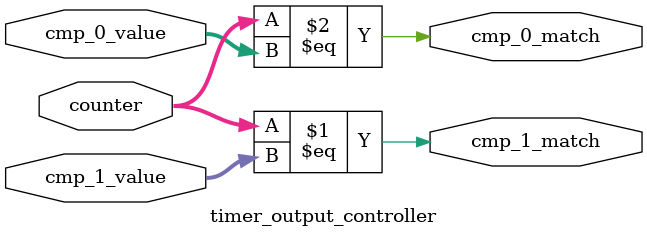
<source format=v>
`timescale 1 ns / 100 ps
module timer_output_controller
#(
    parameter COUNTER_BIT_WIDTH = 8
)(
    input [COUNTER_BIT_WIDTH-1:0] counter,
    input [COUNTER_BIT_WIDTH-1:0] cmp_1_value,
    input [COUNTER_BIT_WIDTH-1:0] cmp_0_value,
    output wire cmp_1_match,
    output wire cmp_0_match
);

    assign cmp_1_match  = (counter == cmp_1_value);
    assign cmp_0_match  = (counter == cmp_0_value);
endmodule
</source>
